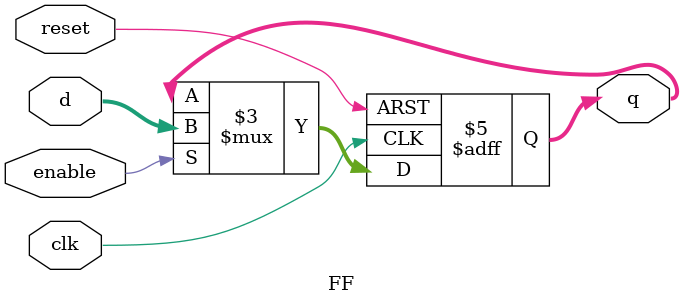
<source format=v>
module FF #(
parameter WIDTH = 32
)
(
input clk,
input reset, 
input [WIDTH-1:0] d,
input enable, 
output reg [WIDTH-1:0] q
);
always @ (negedge reset or posedge clk)
begin
	// Reset whenever the reset signal goes low, regardless of the clock
	// or the clock enable
	if (!reset)
	begin
		q <= 32'b0;
	end
	// If not resetting, and the clock signal is enabled on this register,
	// update the register output on the clock's rising edge
	else
	begin
		if (enable)
		begin
			q <= d;
		end
	end
end
endmodule 
</source>
